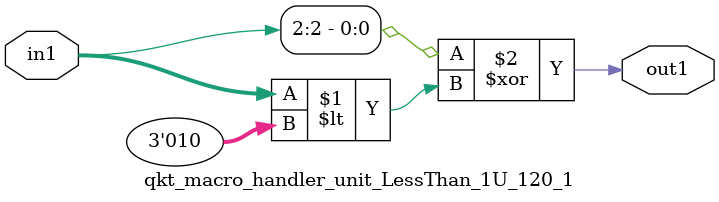
<source format=v>

`timescale 1ps / 1ps


module qkt_macro_handler_unit_LessThan_1U_120_1( in1, out1 );

    input [2:0] in1;
    output out1;

    
    // rtl_process:qkt_macro_handler_unit_LessThan_1U_120_1/qkt_macro_handler_unit_LessThan_1U_120_1_thread_1
    assign out1 = (in1[2] ^ in1 < 3'd2);

endmodule



</source>
